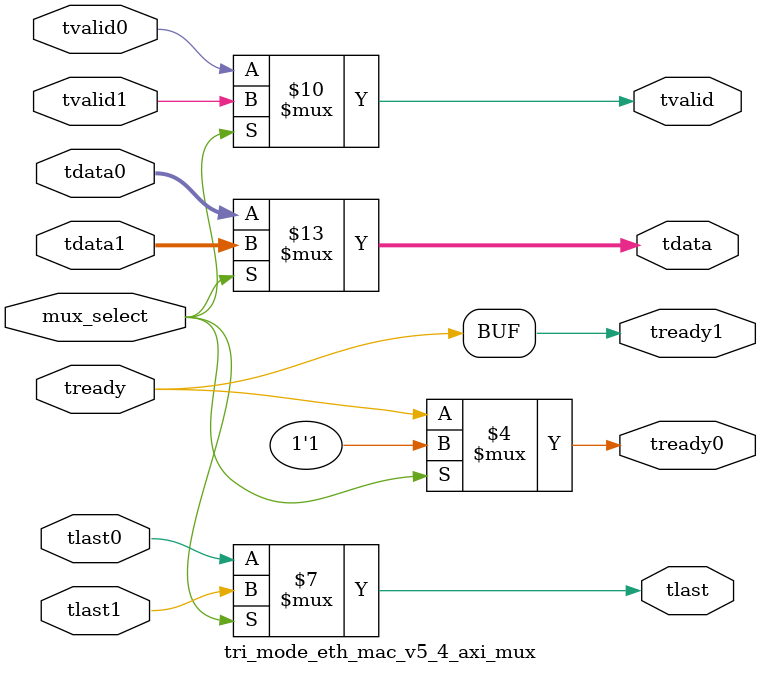
<source format=v>

`timescale 1 ps/1 ps

module tri_mode_eth_mac_v5_4_axi_mux (
   input                   mux_select,

   // mux inputs
   input       [7:0]       tdata0,
   input                   tvalid0,
   input                   tlast0,
   output reg              tready0,
   
   input       [7:0]       tdata1,
   input                   tvalid1,
   input                   tlast1,
   output reg              tready1,
   
   // mux outputs
   output reg  [7:0]       tdata,
   output reg              tvalid,
   output reg              tlast,
   input                   tready
);

always @(mux_select or tdata0 or tvalid0 or tlast0 or tdata1 or 
         tvalid1 or tlast1)
begin
   if (mux_select) begin
      tdata    = tdata1;
      tvalid   = tvalid1;
      tlast    = tlast1;
   end
   else begin
      tdata    = tdata0;
      tvalid   = tvalid0;
      tlast    = tlast0;
   end
end

always @(mux_select or tready)
begin
   if (mux_select) begin
      tready0     = 1'b1;
   end
   else begin
      tready0     = tready;
   end
   tready1     = tready;
end

endmodule

</source>
